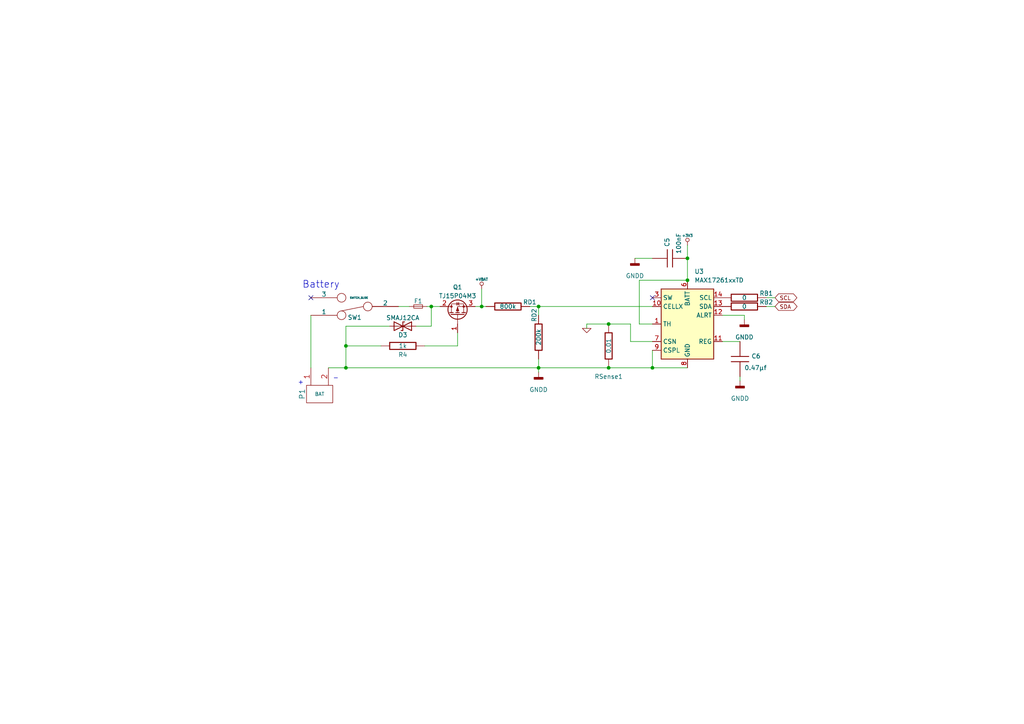
<source format=kicad_sch>
(kicad_sch (version 20211123) (generator eeschema)
  (paper "A4")
  (lib_symbols
    (symbol "Battery_Management:MAX17261xxTD"
      (property "Reference" "U" (at -6.985 11.43 0))
      (property "Value" "MAX17261xxTD" (at 8.255 11.43 0))
      (symbol "MAX17261xxTD_0_1"
        (rectangle (start -7.62 10.16) (end 7.62 -10.16) (stroke (width 0.254)) (fill (type background)))
      )
      (symbol "MAX17261xxTD_1_1"
        (pin passive line (at -10.16 0 0) (length 2.54) (name "TH") (number "1"))
        (pin input line (at -10.16 5.08 0) (length 2.54) (name "CELLX") (number "10"))
        (pin power_out line (at 10.16 -5.08 180) (length 2.54) (name "REG") (number "11"))
        (pin open_collector line (at 10.16 2.54 180) (length 2.54) (name "ALRT") (number "12"))
        (pin bidirectional line (at 10.16 5.08 180) (length 2.54) (name "SDA") (number "13"))
        (pin input line (at 10.16 7.62 180) (length 2.54) (name "SCL") (number "14"))
        (pin passive line (at 0 -12.7 90) (length 2.54) hide (name "GND") (number "15"))
        (pin no_connect line (at 2.54 -10.16 90) (length 2.54) hide (name "NC") (number "2"))
        (pin output line (at -10.16 7.62 0) (length 2.54) (name "SW") (number "3"))
        (pin no_connect line (at -2.54 -10.16 90) (length 2.54) hide (name "NC") (number "4"))
        (pin no_connect line (at 5.08 -10.16 90) (length 2.54) hide (name "NC") (number "5"))
        (pin power_in line (at 0 12.7 270) (length 2.54) (name "BATT") (number "6"))
        (pin passive line (at -10.16 -5.08 0) (length 2.54) (name "CSN") (number "7"))
        (pin power_in line (at 0 -12.7 90) (length 2.54) (name "GND") (number "8"))
        (pin passive line (at -10.16 -7.62 0) (length 2.54) (name "CSPL") (number "9"))
      )
    )
    (symbol "Device:D_TVS" (pin_numbers hide) (pin_names (offset 1.016) hide)
      (property "Reference" "D" (at 0 2.54 0))
      (property "Value" "D_TVS" (at 0 -2.54 0))
      (symbol "D_TVS_0_1"
        (polyline (pts (xy 1.27 0) (xy -1.27 0)))
        (polyline (pts (xy 0.508 1.27) (xy 0 1.27) (xy 0 -1.27) (xy -0.508 -1.27)) (stroke (width 0.254)))
        (polyline (pts (xy -2.54 1.27) (xy -2.54 -1.27) (xy 2.54 1.27) (xy 2.54 -1.27) (xy -2.54 1.27)) (stroke (width 0.254)))
      )
      (symbol "D_TVS_1_1"
        (pin passive line (at -3.81 0 0) (length 2.54) (name "A1") (number "1"))
        (pin passive line (at 3.81 0 180) (length 2.54) (name "A2") (number "2"))
      )
    )
    (symbol "Device:Fuse_Small" (pin_numbers hide) (pin_names (offset 0.254) hide)
      (property "Reference" "F" (at 0 -1.524 0))
      (property "Value" "Fuse_Small" (at 0 1.524 0))
      (symbol "Fuse_Small_0_1"
        (rectangle (start -1.27 0.508) (end 1.27 -0.508))
        (polyline (pts (xy -1.27 0) (xy 1.27 0)))
      )
      (symbol "Fuse_Small_1_1"
        (pin passive line (at -2.54 0 0) (length 1.27) (name "~") (number "1"))
        (pin passive line (at 2.54 0 180) (length 1.27) (name "~") (number "2"))
      )
    )
    (symbol "Device:Q_PMOS_GDS" (pin_names (offset 0) hide)
      (property "Reference" "Q" (at 5.08 1.27 0))
      (property "Value" "Q_PMOS_GDS" (at 5.08 -1.27 0))
      (symbol "Q_PMOS_GDS_0_1"
        (polyline (pts (xy 0.254 0) (xy -2.54 0)))
        (polyline (pts (xy 0.254 1.905) (xy 0.254 -1.905)) (stroke (width 0.254)))
        (polyline (pts (xy 0.762 -1.27) (xy 0.762 -2.286)) (stroke (width 0.254)))
        (polyline (pts (xy 0.762 0.508) (xy 0.762 -0.508)) (stroke (width 0.254)))
        (polyline (pts (xy 0.762 2.286) (xy 0.762 1.27)) (stroke (width 0.254)))
        (polyline (pts (xy 2.54 2.54) (xy 2.54 1.778)))
        (polyline (pts (xy 2.54 -2.54) (xy 2.54 0) (xy 0.762 0)))
        (polyline (pts (xy 0.762 1.778) (xy 3.302 1.778) (xy 3.302 -1.778) (xy 0.762 -1.778)))
        (polyline (pts (xy 2.286 0) (xy 1.27 0.381) (xy 1.27 -0.381) (xy 2.286 0)) (fill (type outline)))
        (polyline (pts (xy 2.794 -0.508) (xy 2.921 -0.381) (xy 3.683 -0.381) (xy 3.81 -0.254)))
        (polyline (pts (xy 3.302 -0.381) (xy 2.921 0.254) (xy 3.683 0.254) (xy 3.302 -0.381)))
        (circle (center 1.651 0) (radius 2.794) (stroke (width 0.254)))
        (circle (center 2.54 -1.778) (radius 0.254) (fill (type outline)))
        (circle (center 2.54 1.778) (radius 0.254) (fill (type outline)))
      )
      (symbol "Q_PMOS_GDS_1_1"
        (pin input line (at -5.08 0 0) (length 2.54) (name "G") (number "1"))
        (pin passive line (at 2.54 5.08 270) (length 2.54) (name "D") (number "2"))
        (pin passive line (at 2.54 -5.08 90) (length 2.54) (name "S") (number "3"))
      )
    )
    (symbol "carinsitu:+3V3" (power) (pin_names (offset 0))
      (property "Value" "+3V3" (at 0 2.794 0))
      (symbol "+3V3_0_0"
        (pin power_in line (at 0 0 90) (length 0) hide (name "+3V3") (number "1"))
      )
      (symbol "+3V3_0_1"
        (polyline (pts (xy 0 0) (xy 0 1.016) (xy 0 1.016)))
        (circle (center 0 1.524) (radius 0.508))
      )
    )
    (symbol "carinsitu:+VBAT" (power) (pin_names (offset 0))
      (property "Value" "+VBAT" (at 0 2.794 0))
      (symbol "+VBAT_0_0"
        (pin power_in line (at 0 0 90) (length 0) hide (name "+VBAT") (number "1"))
      )
      (symbol "+VBAT_0_1"
        (polyline (pts (xy 0 0) (xy 0 1.016) (xy 0 1.016)))
        (circle (center 0 1.524) (radius 0.508))
      )
    )
    (symbol "carinsitu:C" (pin_numbers hide) (pin_names (offset 0.254))
      (property "Reference" "C" (at 1.27 2.54 0))
      (property "Value" "C" (at 1.27 -2.54 0))
      (symbol "C_0_1"
        (polyline (pts (xy -2.54 -0.762) (xy 2.54 -0.762)) (stroke (width 0.254)))
        (polyline (pts (xy -2.54 0.762) (xy 2.54 0.762)) (stroke (width 0.254)))
      )
      (symbol "C_1_1"
        (pin passive line (at 0 5.08 270) (length 4.318) (name "~") (number "1"))
        (pin passive line (at 0 -5.08 90) (length 4.318) (name "~") (number "2"))
      )
    )
    (symbol "carinsitu:CONN_2" (pin_names (offset 1.016) hide)
      (property "Reference" "P" (at 0 5.08 0))
      (property "Value" "CONN_2" (at 0 0 90))
      (symbol "CONN_2_0_1"
        (rectangle (start -2.54 3.81) (end 2.54 -3.81))
      )
      (symbol "CONN_2_1_1"
        (pin passive line (at -7.62 2.54 0) (length 5.08) (name "P1") (number "1"))
        (pin passive line (at -7.62 -2.54 0) (length 5.08) (name "PM") (number "2"))
      )
    )
    (symbol "carinsitu:GND" (power) (pin_names (offset 0))
      (symbol "GND_0_1"
        (polyline (pts (xy -1.27 0) (xy 0 -1.27) (xy 1.27 0) (xy -1.27 0)))
      )
      (symbol "GND_1_1"
        (pin power_in line (at 0 0 90) (length 0) hide (name "GND") (number "1"))
      )
    )
    (symbol "carinsitu:R" (pin_numbers hide) (pin_names (offset 0))
      (property "Reference" "R" (at 2.032 0 90))
      (property "Value" "R" (at 0 0 90))
      (symbol "R_0_1"
        (rectangle (start -1.016 3.81) (end 1.016 -3.81) (stroke (width 0.3048)))
      )
      (symbol "R_1_1"
        (pin passive line (at 0 6.35 270) (length 2.54) (name "~") (number "1"))
        (pin passive line (at 0 -6.35 90) (length 2.54) (name "~") (number "2"))
      )
    )
    (symbol "carinsitu:SWITCH_SLIDE" (pin_numbers hide) (pin_names (offset 0))
      (property "Reference" "SW" (at -5.08 3.81 0))
      (property "Value" "SWITCH_SLIDE" (at -3.81 -3.81 0))
      (symbol "SWITCH_SLIDE_0_0"
        (circle (center -3.81 0) (radius 1.27))
        (circle (center 3.81 -2.54) (radius 1.27))
      )
      (symbol "SWITCH_SLIDE_0_1"
        (polyline (pts (xy -2.54 0) (xy 3.81 1.27)))
        (circle (center 3.81 2.54) (radius 1.27))
      )
      (symbol "SWITCH_SLIDE_1_1"
        (pin passive line (at 12.7 2.54 180) (length 7.62) (name "1") (number "1"))
        (pin passive line (at -12.7 0 0) (length 7.62) (name "2") (number "2"))
        (pin passive line (at 12.7 -2.54 180) (length 7.62) (name "3") (number "3"))
      )
    )
    (symbol "power:GNDD" (power) (pin_names (offset 0))
      (property "Value" "GNDD" (at 0 -3.175 0))
      (symbol "GNDD_0_1"
        (rectangle (start -1.27 -1.524) (end 1.27 -2.032) (stroke (width 0.254)) (fill (type outline)))
        (polyline (pts (xy 0 0) (xy 0 -1.524)))
      )
      (symbol "GNDD_1_1"
        (pin power_in line (at 0 0 270) (length 0) hide (name "GNDD") (number "1"))
      )
    )
  )
  (junction (at 139.7 88.9))
  (junction (at 156.21 88.9))
  (junction (at 156.21 106.68))
  (junction (at 176.53 93.98))
  (junction (at 125.095 88.9))
  (junction (at 199.39 74.93))
  (junction (at 199.39 81.28))
  (junction (at 100.33 100.33))
  (junction (at 189.23 106.68))
  (junction (at 100.33 106.68))
  (junction (at 176.53 106.68))
  (no_connect (at 189.23 86.36))
  (no_connect (at 90.17 86.36))
  (wire (pts (xy 156.21 106.68) (xy 176.53 106.68)))
  (wire (pts (xy 184.15 74.93) (xy 189.23 74.93)))
  (wire (pts (xy 139.7 88.9) (xy 140.97 88.9)))
  (wire (pts (xy 123.825 88.9) (xy 125.095 88.9)))
  (wire (pts (xy 137.795 88.9) (xy 139.7 88.9)))
  (wire (pts (xy 176.53 93.98) (xy 182.88 93.98)))
  (wire (pts (xy 215.9 91.44) (xy 215.9 92.71)))
  (wire (pts (xy 113.03 94.615) (xy 100.33 94.615)))
  (wire (pts (xy 156.21 104.14) (xy 156.21 106.68)))
  (wire (pts (xy 156.21 88.9) (xy 189.23 88.9)))
  (wire (pts (xy 120.65 94.615) (xy 125.095 94.615)))
  (wire (pts (xy 176.53 106.68) (xy 189.23 106.68)))
  (wire (pts (xy 100.33 94.615) (xy 100.33 100.33)))
  (wire (pts (xy 100.33 106.68) (xy 100.33 100.33)))
  (wire (pts (xy 170.18 93.98) (xy 170.18 95.25)))
  (wire (pts (xy 90.17 91.44) (xy 90.17 106.68)))
  (wire (pts (xy 95.25 106.68) (xy 100.33 106.68)))
  (wire (pts (xy 189.23 106.68) (xy 199.39 106.68)))
  (wire (pts (xy 222.25 88.9) (xy 224.79 88.9)))
  (wire (pts (xy 209.55 99.06) (xy 214.63 99.06)))
  (wire (pts (xy 115.57 88.9) (xy 118.745 88.9)))
  (wire (pts (xy 132.715 100.33) (xy 132.715 96.52)))
  (wire (pts (xy 199.39 74.93) (xy 199.39 81.28)))
  (wire (pts (xy 209.55 91.44) (xy 215.9 91.44)))
  (wire (pts (xy 199.39 71.12) (xy 199.39 74.93)))
  (wire (pts (xy 222.25 86.36) (xy 224.79 86.36)))
  (wire (pts (xy 170.18 93.98) (xy 176.53 93.98)))
  (wire (pts (xy 123.19 100.33) (xy 132.715 100.33)))
  (wire (pts (xy 214.63 109.22) (xy 214.63 110.49)))
  (wire (pts (xy 100.33 106.68) (xy 156.21 106.68)))
  (wire (pts (xy 125.095 94.615) (xy 125.095 88.9)))
  (wire (pts (xy 125.095 88.9) (xy 127.635 88.9)))
  (wire (pts (xy 185.42 81.28) (xy 199.39 81.28)))
  (wire (pts (xy 189.23 93.98) (xy 185.42 93.98)))
  (wire (pts (xy 182.88 99.06) (xy 189.23 99.06)))
  (wire (pts (xy 156.21 106.68) (xy 156.21 107.95)))
  (wire (pts (xy 139.7 83.82) (xy 139.7 88.9)))
  (wire (pts (xy 156.21 88.9) (xy 153.67 88.9)))
  (wire (pts (xy 189.23 101.6) (xy 189.23 106.68)))
  (wire (pts (xy 185.42 93.98) (xy 185.42 81.28)))
  (wire (pts (xy 100.33 100.33) (xy 110.49 100.33)))
  (wire (pts (xy 182.88 93.98) (xy 182.88 99.06)))
  (wire (pts (xy 156.21 88.9) (xy 156.21 91.44)))
  (text "Battery" (at 87.63 83.82 0) (effects (font (size 2.032 2.032)) (justify left bottom)))
  (text "-" (at 96.52 110.49 0) (effects (font (size 1.27 1.27)) (justify left bottom)))
  (text "+" (at 86.36 111.76 0) (effects (font (size 1.27 1.27)) (justify left bottom)))
  (global_label "SDA" (shape bidirectional) (at 224.79 88.9 0) (effects (font (size 1.143 1.143))) (property "Références Inter-Feuilles" "${INTERSHEET_REFS}" (effects hide)))
  (global_label "SCL" (shape bidirectional) (at 224.79 86.36 0) (effects (font (size 1.143 1.143))) (property "Références Inter-Feuilles" "${INTERSHEET_REFS}" (effects hide)))
  (symbol (lib_id "carinsitu:+3V3") (at 199.39 71.12 0) (unit 1)
    (property "Reference" "#PWR037" (effects hide))
    (property "Value" "+3V3" (at 199.39 68.326 0) (effects (font (size 0.762 0.762))))
  )
  (symbol (lib_id "carinsitu:R") (at 176.53 100.33 0) (unit 1)
    (property "Reference" "RSense1" (at 176.53 109.22 0))
    (property "Value" "0.01" (at 176.53 100.33 90))
    (property "Footprint" "Resistor_SMD:R_1210_3225Metric" (effects hide))
  )
  (symbol (lib_id "power:GNDD") (at 214.63 110.49 0) (unit 1)
    (property "Reference" "#PWR044" (effects hide))
    (property "Value" "GNDD" (at 214.63 115.57 0))
  )
  (symbol (lib_id "carinsitu:CONN_2") (at 92.71 114.3 90) (mirror x) (unit 1)
    (property "Reference" "P1" (at 87.63 114.3 0) (effects (font (size 1.524 1.524))))
    (property "Value" "BAT" (at 92.71 114.3 90) (effects (font (size 1.016 1.016))))
    (property "Footprint" "carinsitu:CONN_61300211021" (effects hide))
    (property "Manufacturer" "Wurth" (effects hide))
    (property "Manuf Ref" "61300211021" (effects hide))
    (property "Distributor" "Farnell" (effects hide))
    (property "Distrib Ref" "2356176" (effects hide))
  )
  (symbol (lib_id "carinsitu:C") (at 194.31 74.93 90) (unit 1)
    (property "Reference" "C5" (at 193.4753 71.628 0) (effects (justify left)))
    (property "Value" "100nF" (at 196.85 73.66 0) (effects (justify left)))
    (property "Footprint" "Capacitor_SMD:C_0603_1608Metric" (effects hide))
  )
  (symbol (lib_id "power:GNDD") (at 184.15 74.93 0) (unit 1)
    (property "Reference" "#PWR024" (effects hide))
    (property "Value" "GNDD" (at 184.15 80.01 0))
  )
  (symbol (lib_id "Device:Q_PMOS_GDS") (at 132.715 91.44 90) (unit 1)
    (property "Reference" "Q1" (at 132.715 83.2952 90))
    (property "Value" "TJ15P04M3" (at 132.715 85.8321 90))
    (property "Footprint" "Package_TO_SOT_SMD:TO-252-2" (effects hide))
  )
  (symbol (lib_id "carinsitu:R") (at 215.9 86.36 90) (unit 1)
    (property "Reference" "RB1" (at 222.25 85.09 90))
    (property "Value" "0" (at 215.9 86.36 90))
    (property "Footprint" "Resistor_SMD:R_0603_1608Metric" (effects hide))
  )
  (symbol (lib_id "carinsitu:R") (at 147.32 88.9 90) (unit 1)
    (property "Reference" "RD1" (at 153.67 87.63 90))
    (property "Value" "800k" (at 147.32 88.9 90))
    (property "Footprint" "Resistor_SMD:R_0603_1608Metric" (effects hide))
  )
  (symbol (lib_id "power:GNDD") (at 156.21 107.95 0) (unit 1)
    (property "Reference" "#PWR022" (effects hide))
    (property "Value" "GNDD" (at 156.21 113.03 0))
  )
  (symbol (lib_id "carinsitu:C") (at 214.63 104.14 0) (unit 1)
    (property "Reference" "C6" (at 217.932 103.3053 0) (effects (justify left)))
    (property "Value" "0.47µf" (at 215.9 106.68 0) (effects (justify left)))
    (property "Footprint" "Capacitor_SMD:C_0805_2012Metric" (effects hide))
  )
  (symbol (lib_id "carinsitu:GND") (at 170.18 95.25 0) (unit 1)
    (property "Reference" "#PWR023" (effects hide))
    (property "Value" "GND" (effects hide))
  )
  (symbol (lib_id "carinsitu:R") (at 116.84 100.33 90) (unit 1)
    (property "Reference" "R4" (at 116.84 102.87 90))
    (property "Value" "1k" (at 116.84 100.33 90))
    (property "Footprint" "Resistor_SMD:R_0805_2012Metric" (effects hide))
  )
  (symbol (lib_id "Device:D_TVS") (at 116.84 94.615 0) (unit 1)
    (property "Reference" "D3" (at 116.84 97.155 0))
    (property "Value" "SMAJ12CA" (at 116.84 92.1821 0))
    (property "Footprint" "Diode_SMD:D_SMA" (effects hide))
  )
  (symbol (lib_id "carinsitu:+VBAT") (at 139.7 83.82 0) (unit 1)
    (property "Reference" "#PWR020" (effects hide))
    (property "Value" "+VBAT" (at 139.7 81.026 0) (effects (font (size 0.762 0.762))))
  )
  (symbol (lib_id "carinsitu:SWITCH_SLIDE") (at 102.87 88.9 180) (unit 1)
    (property "Reference" "SW1" (at 102.87 92.075 0))
    (property "Value" "SWITCH_SLIDE" (at 104.14 86.36 0) (effects (font (size 0.508 0.508))))
    (property "Footprint" "carinsitu:SW_L102xxxML" (effects hide))
    (property "Manufacturer" "C&K Components" (effects hide))
    (property "Manuf Ref" "L102011ML04Q" (effects hide))
    (property "Distributor" "Farnell" (effects hide))
    (property "Distrib Ref" "2931770" (effects hide))
  )
  (symbol (lib_id "Device:Fuse_Small") (at 121.285 88.9 0) (unit 1)
    (property "Reference" "F1" (at 121.285 87.3562 0))
    (property "Value" "Fuse_Small" (effects hide))
    (property "Footprint" "Fuse:Fuse_Littelfuse-LVR100" (effects hide))
  )
  (symbol (lib_id "carinsitu:R") (at 156.21 97.79 180) (unit 1)
    (property "Reference" "RD2" (at 154.94 91.44 90))
    (property "Value" "200k" (at 156.21 97.79 90))
    (property "Footprint" "Resistor_SMD:R_0603_1608Metric" (effects hide))
  )
  (symbol (lib_id "carinsitu:R") (at 215.9 88.9 90) (unit 1)
    (property "Reference" "RB2" (at 222.25 87.63 90))
    (property "Value" "0" (at 215.9 88.9 90))
    (property "Footprint" "Resistor_SMD:R_0603_1608Metric" (effects hide))
  )
  (symbol (lib_id "Battery_Management:MAX17261xxTD") (at 199.39 93.98 0) (unit 1)
    (property "Reference" "U3" (at 201.4094 78.74 0) (effects (justify left)))
    (property "Value" "MAX17261xxTD" (at 201.4094 81.28 0) (effects (justify left)))
    (property "Footprint" "Package_DFN_QFN:TDFN-14-1EP_3x3mm_P0.4mm_EP1.78x2.35mm" (effects hide))
    (property "Datasheet" "https://datasheets.maximintegrated.com/en/ds/MAX17261.pdf" (effects hide))
  )
  (symbol (lib_id "power:GNDD") (at 215.9 92.71 0) (unit 1)
    (property "Reference" "#PWR?" (effects hide))
    (property "Value" "GNDD" (at 215.9 97.79 0))
  )
)
</source>
